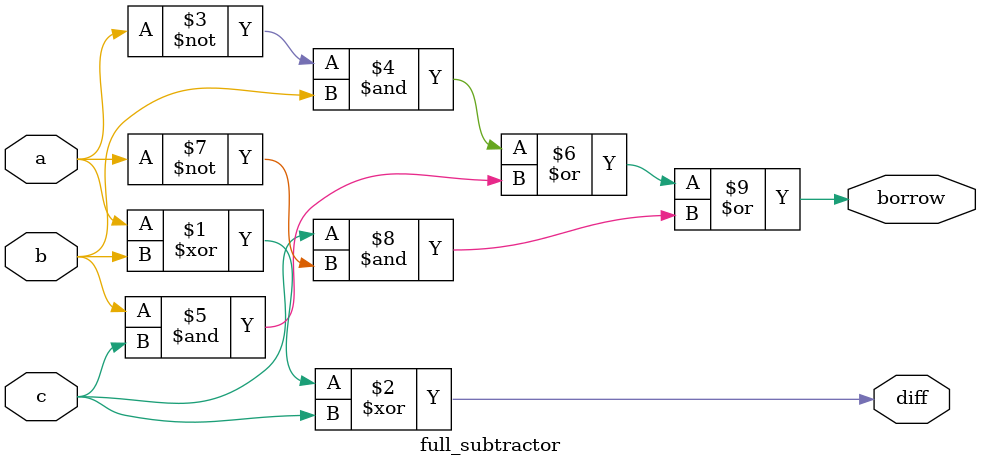
<source format=v>


module full_subtractor(
input wire a,b,c,
output wire diff,borrow

);


assign diff =  a^b^c;
assign borrow = ~a&b | b&c | c&~a;

endmodule


</source>
